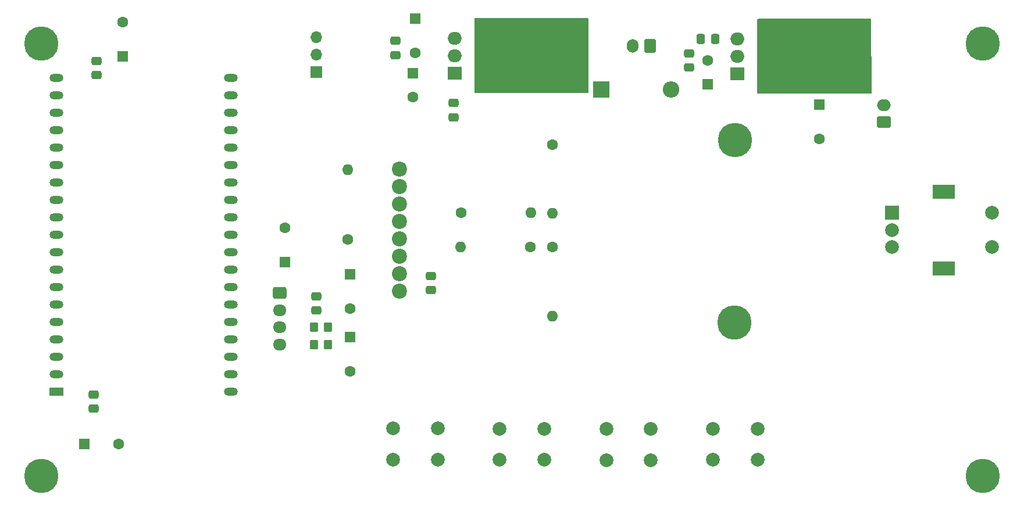
<source format=gbs>
G04 #@! TF.GenerationSoftware,KiCad,Pcbnew,8.0.3*
G04 #@! TF.CreationDate,2024-07-01T22:09:14+02:00*
G04 #@! TF.ProjectId,VFO na esp32,56464f20-6e61-4206-9573-7033322e6b69,rev?*
G04 #@! TF.SameCoordinates,Original*
G04 #@! TF.FileFunction,Soldermask,Bot*
G04 #@! TF.FilePolarity,Negative*
%FSLAX46Y46*%
G04 Gerber Fmt 4.6, Leading zero omitted, Abs format (unit mm)*
G04 Created by KiCad (PCBNEW 8.0.3) date 2024-07-01 22:09:14*
%MOMM*%
%LPD*%
G01*
G04 APERTURE LIST*
G04 Aperture macros list*
%AMRoundRect*
0 Rectangle with rounded corners*
0 $1 Rounding radius*
0 $2 $3 $4 $5 $6 $7 $8 $9 X,Y pos of 4 corners*
0 Add a 4 corners polygon primitive as box body*
4,1,4,$2,$3,$4,$5,$6,$7,$8,$9,$2,$3,0*
0 Add four circle primitives for the rounded corners*
1,1,$1+$1,$2,$3*
1,1,$1+$1,$4,$5*
1,1,$1+$1,$6,$7*
1,1,$1+$1,$8,$9*
0 Add four rect primitives between the rounded corners*
20,1,$1+$1,$2,$3,$4,$5,0*
20,1,$1+$1,$4,$5,$6,$7,0*
20,1,$1+$1,$6,$7,$8,$9,0*
20,1,$1+$1,$8,$9,$2,$3,0*%
G04 Aperture macros list end*
%ADD10R,1.600000X1.600000*%
%ADD11C,1.600000*%
%ADD12C,2.200000*%
%ADD13R,1.700000X1.700000*%
%ADD14O,1.700000X1.700000*%
%ADD15C,5.000000*%
%ADD16O,1.600000X1.600000*%
%ADD17C,7.000000*%
%ADD18R,2.000000X2.000000*%
%ADD19C,2.000000*%
%ADD20R,3.200000X2.000000*%
%ADD21R,2.400000X2.400000*%
%ADD22O,2.400000X2.400000*%
%ADD23RoundRect,0.250000X0.750000X-0.600000X0.750000X0.600000X-0.750000X0.600000X-0.750000X-0.600000X0*%
%ADD24O,2.000000X1.700000*%
%ADD25RoundRect,0.250000X0.600000X0.750000X-0.600000X0.750000X-0.600000X-0.750000X0.600000X-0.750000X0*%
%ADD26O,1.700000X2.000000*%
%ADD27R,2.000000X1.200000*%
%ADD28O,2.000000X1.200000*%
%ADD29O,3.500000X3.500000*%
%ADD30R,2.000000X1.905000*%
%ADD31O,2.000000X1.905000*%
%ADD32RoundRect,0.250000X0.475000X-0.337500X0.475000X0.337500X-0.475000X0.337500X-0.475000X-0.337500X0*%
%ADD33RoundRect,0.250000X0.337500X0.475000X-0.337500X0.475000X-0.337500X-0.475000X0.337500X-0.475000X0*%
%ADD34RoundRect,0.250000X-0.475000X0.337500X-0.475000X-0.337500X0.475000X-0.337500X0.475000X0.337500X0*%
%ADD35RoundRect,0.250000X0.350000X0.450000X-0.350000X0.450000X-0.350000X-0.450000X0.350000X-0.450000X0*%
%ADD36RoundRect,0.250000X-0.725000X0.600000X-0.725000X-0.600000X0.725000X-0.600000X0.725000X0.600000X0*%
%ADD37O,1.950000X1.700000*%
G04 APERTURE END LIST*
D10*
X113800000Y-67900000D03*
D11*
X113800000Y-62900000D03*
D12*
X154100000Y-84300000D03*
X154100000Y-86840000D03*
X154100000Y-89380000D03*
X154100000Y-91920000D03*
X154100000Y-94460000D03*
X154100000Y-97000000D03*
X154100000Y-99540000D03*
X154100000Y-102080000D03*
D10*
X146900000Y-99600000D03*
D11*
X146900000Y-104600000D03*
D10*
X156070000Y-70307349D03*
D11*
X156070000Y-73807349D03*
D13*
X141970000Y-70155000D03*
D14*
X141970000Y-67615000D03*
X141970000Y-65075000D03*
D15*
X239000000Y-129000000D03*
D11*
X176400000Y-95700000D03*
D16*
X176400000Y-105700000D03*
D10*
X108200000Y-124400000D03*
D11*
X113200000Y-124400000D03*
D15*
X102000000Y-66000000D03*
D17*
X177950000Y-67810000D03*
D13*
X154125000Y-84325000D03*
D14*
X154125000Y-86865000D03*
X154125000Y-89405000D03*
X154125000Y-91945000D03*
X154125000Y-94485000D03*
X154125000Y-97025000D03*
X154125000Y-99565000D03*
X154125000Y-102105000D03*
D18*
X225850000Y-90700000D03*
D19*
X225850000Y-95700000D03*
X225850000Y-93200000D03*
D20*
X233350000Y-87600000D03*
X233350000Y-98800000D03*
D19*
X240350000Y-95700000D03*
X240350000Y-90700000D03*
X159700000Y-126610000D03*
X153200000Y-126610000D03*
X159700000Y-122110000D03*
X153200000Y-122110000D03*
X190730000Y-126700000D03*
X184230000Y-126700000D03*
X190730000Y-122200000D03*
X184230000Y-122200000D03*
D21*
X183500000Y-72720000D03*
D22*
X193660000Y-72720000D03*
D10*
X156360000Y-62360000D03*
D11*
X156360000Y-67360000D03*
D23*
X224670000Y-77460000D03*
D24*
X224670000Y-74960000D03*
D11*
X146600000Y-94580000D03*
D16*
X146600000Y-84420000D03*
D19*
X175200000Y-126670000D03*
X168700000Y-126670000D03*
X175200000Y-122170000D03*
X168700000Y-122170000D03*
D11*
X163050000Y-90670000D03*
D16*
X173210000Y-90670000D03*
D25*
X190600000Y-66360000D03*
D26*
X188100000Y-66360000D03*
D17*
X219150000Y-67830000D03*
D10*
X215260000Y-74890000D03*
D11*
X215260000Y-79890000D03*
D15*
X203000000Y-80100000D03*
D10*
X137400000Y-97900000D03*
D11*
X137400000Y-92900000D03*
D15*
X239000000Y-66000000D03*
D11*
X176400000Y-80720000D03*
D16*
X176400000Y-90720000D03*
D15*
X102000000Y-129000000D03*
D10*
X198950000Y-71950000D03*
D11*
X198950000Y-68450000D03*
D10*
X146910000Y-108770000D03*
D11*
X146910000Y-113770000D03*
X173200000Y-95700000D03*
D16*
X163040000Y-95700000D03*
D15*
X202900000Y-106700000D03*
D19*
X206290000Y-126670000D03*
X199790000Y-126670000D03*
X206290000Y-122170000D03*
X199790000Y-122170000D03*
D27*
X104200000Y-116703440D03*
D28*
X104200000Y-114163440D03*
X104200000Y-111623440D03*
X104200000Y-109083440D03*
X104200000Y-106543440D03*
X104200000Y-104003440D03*
X104200000Y-101463440D03*
X104200000Y-98923440D03*
X104200000Y-96383440D03*
X104200000Y-93843440D03*
X104200000Y-91303440D03*
X104200000Y-88763440D03*
X104200000Y-86223440D03*
X104200000Y-83683440D03*
X104200000Y-81143440D03*
X104200000Y-78603440D03*
X104200000Y-76063440D03*
X104200000Y-73523440D03*
X104200000Y-70983440D03*
X129596320Y-70986160D03*
X129596320Y-73526160D03*
X129600000Y-76063440D03*
X129600000Y-78603440D03*
X129600000Y-81143440D03*
X129600000Y-83683440D03*
X129600000Y-86223440D03*
X129600000Y-88763440D03*
X129600000Y-91303440D03*
X129600000Y-93843440D03*
X129600000Y-96383440D03*
X129600000Y-98923440D03*
X129600000Y-101463440D03*
X129600000Y-104003440D03*
X129600000Y-106543440D03*
X129600000Y-109083440D03*
X129600000Y-111623440D03*
X129600000Y-114163440D03*
X129600000Y-116703440D03*
D29*
X177950000Y-67770000D03*
D30*
X162150000Y-70310000D03*
D31*
X162150000Y-67770000D03*
X162150000Y-65230000D03*
D32*
X196280000Y-69517500D03*
X196280000Y-67442500D03*
D33*
X200057500Y-65340000D03*
X197982500Y-65340000D03*
D34*
X142000000Y-102852500D03*
X142000000Y-104927500D03*
X109600000Y-117162500D03*
X109600000Y-119237500D03*
D29*
X219130000Y-67860000D03*
D30*
X203330000Y-70400000D03*
D31*
X203330000Y-67860000D03*
X203330000Y-65320000D03*
D35*
X143690000Y-107360000D03*
X141690000Y-107360000D03*
X143690000Y-109860000D03*
X141690000Y-109860000D03*
D34*
X162000000Y-74662500D03*
X162000000Y-76737500D03*
X153520000Y-65642500D03*
X153520000Y-67717500D03*
X158700000Y-99862500D03*
X158700000Y-101937500D03*
X110000000Y-68562500D03*
X110000000Y-70637500D03*
D36*
X136700000Y-102350000D03*
D37*
X136700000Y-104850000D03*
X136700000Y-107350000D03*
X136700000Y-109850000D03*
G36*
X181558203Y-62298063D02*
G01*
X181603958Y-62350867D01*
X181615163Y-62401924D01*
X181654254Y-73083774D01*
X181634815Y-73150885D01*
X181582179Y-73196833D01*
X181530106Y-73208228D01*
X165128562Y-73188526D01*
X165061546Y-73168761D01*
X165015855Y-73115902D01*
X165004711Y-73064526D01*
X165004711Y-62402378D01*
X165024396Y-62335339D01*
X165077200Y-62289584D01*
X165128711Y-62278378D01*
X181491164Y-62278378D01*
X181558203Y-62298063D01*
G37*
G36*
X222743492Y-62439685D02*
G01*
X222789247Y-62492489D01*
X222800452Y-62543546D01*
X222839543Y-73225396D01*
X222820104Y-73292507D01*
X222767468Y-73338455D01*
X222715395Y-73349850D01*
X206313851Y-73330148D01*
X206246835Y-73310383D01*
X206201144Y-73257524D01*
X206190000Y-73206148D01*
X206190000Y-62544000D01*
X206209685Y-62476961D01*
X206262489Y-62431206D01*
X206314000Y-62420000D01*
X222676453Y-62420000D01*
X222743492Y-62439685D01*
G37*
M02*

</source>
